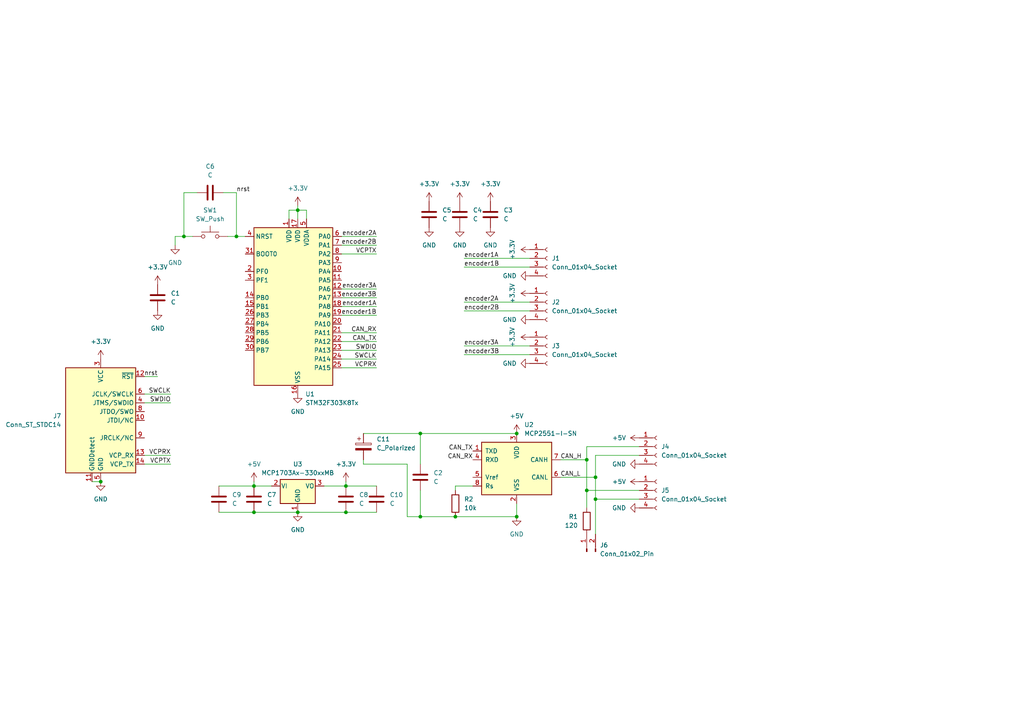
<source format=kicad_sch>
(kicad_sch (version 20230121) (generator eeschema)
  (paper "A4")
  (lib_symbols
    (symbol "Connector:Conn_01x02_Pin" (pin_names (offset 1.016) hide)
      (property "Reference" "J" (at 0 2.54 0))
      (property "Value" "Conn_01x02_Pin" (at 0 -5.08 0))
      (symbol "Conn_01x02_Pin_1_1"
        (polyline (pts (xy 1.27 -2.54) (xy 0.8636 -2.54)) (stroke (width 0.1524)))
        (polyline (pts (xy 1.27 0) (xy 0.8636 0)) (stroke (width 0.1524)))
        (rectangle (start 0.8636 -2.413) (end 0 -2.667) (stroke (width 0.1524)) (fill (type outline)))
        (rectangle (start 0.8636 0.127) (end 0 -0.127) (stroke (width 0.1524)) (fill (type outline)))
        (pin passive line (at 5.08 0 180) (length 3.81) (name "Pin_1") (number "1"))
        (pin passive line (at 5.08 -2.54 180) (length 3.81) (name "Pin_2") (number "2"))
      )
    )
    (symbol "Connector:Conn_01x04_Socket" (pin_names (offset 1.016) hide)
      (property "Reference" "J" (at 0 5.08 0))
      (property "Value" "Conn_01x04_Socket" (at 0 -7.62 0))
      (symbol "Conn_01x04_Socket_1_1"
        (arc (start 0 -4.572) (mid -0.5058 -5.08) (end 0 -5.588) (stroke (width 0.1524)))
        (arc (start 0 -2.032) (mid -0.5058 -2.54) (end 0 -3.048) (stroke (width 0.1524)))
        (polyline (pts (xy -1.27 -5.08) (xy -0.508 -5.08)) (stroke (width 0.1524)))
        (polyline (pts (xy -1.27 -2.54) (xy -0.508 -2.54)) (stroke (width 0.1524)))
        (polyline (pts (xy -1.27 0) (xy -0.508 0)) (stroke (width 0.1524)))
        (polyline (pts (xy -1.27 2.54) (xy -0.508 2.54)) (stroke (width 0.1524)))
        (arc (start 0 0.508) (mid -0.5058 0) (end 0 -0.508) (stroke (width 0.1524)))
        (arc (start 0 3.048) (mid -0.5058 2.54) (end 0 2.032) (stroke (width 0.1524)))
        (pin passive line (at -5.08 2.54 0) (length 3.81) (name "Pin_1") (number "1"))
        (pin passive line (at -5.08 0 0) (length 3.81) (name "Pin_2") (number "2"))
        (pin passive line (at -5.08 -2.54 0) (length 3.81) (name "Pin_3") (number "3"))
        (pin passive line (at -5.08 -5.08 0) (length 3.81) (name "Pin_4") (number "4"))
      )
    )
    (symbol "Connector:Conn_ST_STDC14"
      (property "Reference" "J" (at -8.89 16.51 0))
      (property "Value" "Conn_ST_STDC14" (at 17.78 16.51 0))
      (symbol "Conn_ST_STDC14_0_1"
        (rectangle (start -10.16 15.24) (end 10.16 -15.24) (stroke (width 0.254)) (fill (type background)))
      )
      (symbol "Conn_ST_STDC14_1_1"
        (pin no_connect line (at -10.16 5.08 0) (length 2.54) hide (name "NC") (number "1"))
        (pin output line (at 12.7 0 180) (length 2.54) (name "JTDI/NC") (number "10"))
        (pin passive line (at -2.54 -17.78 90) (length 2.54) (name "GNDDetect") (number "11"))
        (pin open_collector line (at 12.7 12.7 180) (length 2.54) (name "~{RST}") (number "12"))
        (pin output line (at 12.7 -10.16 180) (length 2.54) (name "VCP_RX") (number "13"))
        (pin input line (at 12.7 -12.7 180) (length 2.54) (name "VCP_TX") (number "14"))
        (pin no_connect line (at -10.16 2.54 0) (length 2.54) hide (name "NC") (number "2"))
        (pin power_in line (at 0 17.78 270) (length 2.54) (name "VCC") (number "3"))
        (pin bidirectional line (at 12.7 5.08 180) (length 2.54) (name "JTMS/SWDIO") (number "4"))
        (pin power_in line (at 0 -17.78 90) (length 2.54) (name "GND") (number "5"))
        (pin output line (at 12.7 7.62 180) (length 2.54) (name "JCLK/SWCLK") (number "6"))
        (pin passive line (at 0 -17.78 90) (length 2.54) hide (name "GND") (number "7"))
        (pin input line (at 12.7 2.54 180) (length 2.54) (name "JTDO/SWO") (number "8"))
        (pin input line (at 12.7 -5.08 180) (length 2.54) (name "JRCLK/NC") (number "9"))
      )
    )
    (symbol "Device:C" (pin_numbers hide) (pin_names (offset 0.254))
      (property "Reference" "C" (at 0.635 2.54 0))
      (property "Value" "C" (at 0.635 -2.54 0))
      (symbol "C_0_1"
        (polyline (pts (xy -2.032 -0.762) (xy 2.032 -0.762)) (stroke (width 0.508)))
        (polyline (pts (xy -2.032 0.762) (xy 2.032 0.762)) (stroke (width 0.508)))
      )
      (symbol "C_1_1"
        (pin passive line (at 0 3.81 270) (length 2.794) (name "~") (number "1"))
        (pin passive line (at 0 -3.81 90) (length 2.794) (name "~") (number "2"))
      )
    )
    (symbol "Device:C_Polarized" (pin_numbers hide) (pin_names (offset 0.254))
      (property "Reference" "C" (at 0.635 2.54 0))
      (property "Value" "C_Polarized" (at 0.635 -2.54 0))
      (symbol "C_Polarized_0_1"
        (rectangle (start -2.286 0.508) (end 2.286 1.016))
        (polyline (pts (xy -1.778 2.286) (xy -0.762 2.286)))
        (polyline (pts (xy -1.27 2.794) (xy -1.27 1.778)))
        (rectangle (start 2.286 -0.508) (end -2.286 -1.016) (fill (type outline)))
      )
      (symbol "C_Polarized_1_1"
        (pin passive line (at 0 3.81 270) (length 2.794) (name "~") (number "1"))
        (pin passive line (at 0 -3.81 90) (length 2.794) (name "~") (number "2"))
      )
    )
    (symbol "Device:R" (pin_numbers hide) (pin_names (offset 0))
      (property "Reference" "R" (at 2.032 0 90))
      (property "Value" "R" (at 0 0 90))
      (symbol "R_0_1"
        (rectangle (start -1.016 -2.54) (end 1.016 2.54) (stroke (width 0.254)))
      )
      (symbol "R_1_1"
        (pin passive line (at 0 3.81 270) (length 1.27) (name "~") (number "1"))
        (pin passive line (at 0 -3.81 90) (length 1.27) (name "~") (number "2"))
      )
    )
    (symbol "Interface_CAN_LIN:MCP2551-I-SN" (pin_names (offset 1.016))
      (property "Reference" "U" (at -10.16 8.89 0))
      (property "Value" "MCP2551-I-SN" (at 2.54 8.89 0))
      (symbol "MCP2551-I-SN_0_1"
        (rectangle (start -10.16 7.62) (end 10.16 -7.62) (stroke (width 0.254)) (fill (type background)))
      )
      (symbol "MCP2551-I-SN_1_1"
        (pin input line (at -12.7 5.08 0) (length 2.54) (name "TXD") (number "1"))
        (pin power_in line (at 0 -10.16 90) (length 2.54) (name "VSS") (number "2"))
        (pin power_in line (at 0 10.16 270) (length 2.54) (name "VDD") (number "3"))
        (pin output line (at -12.7 2.54 0) (length 2.54) (name "RXD") (number "4"))
        (pin power_out line (at -12.7 -2.54 0) (length 2.54) (name "Vref") (number "5"))
        (pin bidirectional line (at 12.7 -2.54 180) (length 2.54) (name "CANL") (number "6"))
        (pin bidirectional line (at 12.7 2.54 180) (length 2.54) (name "CANH") (number "7"))
        (pin input line (at -12.7 -5.08 0) (length 2.54) (name "Rs") (number "8"))
      )
    )
    (symbol "MCU_ST_STM32F3:STM32F303K8Tx"
      (property "Reference" "U" (at -10.16 24.13 0))
      (property "Value" "STM32F303K8Tx" (at 7.62 24.13 0))
      (symbol "STM32F303K8Tx_0_1"
        (rectangle (start -10.16 -22.86) (end 12.7 22.86) (stroke (width 0.254)) (fill (type background)))
      )
      (symbol "STM32F303K8Tx_1_1"
        (pin power_in line (at 0 25.4 270) (length 2.54) (name "VDD") (number "1"))
        (pin bidirectional line (at 15.24 10.16 180) (length 2.54) (name "PA4") (number "10"))
        (pin bidirectional line (at 15.24 7.62 180) (length 2.54) (name "PA5") (number "11"))
        (pin bidirectional line (at 15.24 5.08 180) (length 2.54) (name "PA6") (number "12"))
        (pin bidirectional line (at 15.24 2.54 180) (length 2.54) (name "PA7") (number "13"))
        (pin bidirectional line (at -12.7 2.54 0) (length 2.54) (name "PB0") (number "14"))
        (pin bidirectional line (at -12.7 0 0) (length 2.54) (name "PB1") (number "15"))
        (pin power_in line (at 2.54 -25.4 90) (length 2.54) (name "VSS") (number "16"))
        (pin power_in line (at 2.54 25.4 270) (length 2.54) (name "VDD") (number "17"))
        (pin bidirectional line (at 15.24 0 180) (length 2.54) (name "PA8") (number "18"))
        (pin bidirectional line (at 15.24 -2.54 180) (length 2.54) (name "PA9") (number "19"))
        (pin bidirectional line (at -12.7 10.16 0) (length 2.54) (name "PF0") (number "2"))
        (pin bidirectional line (at 15.24 -5.08 180) (length 2.54) (name "PA10") (number "20"))
        (pin bidirectional line (at 15.24 -7.62 180) (length 2.54) (name "PA11") (number "21"))
        (pin bidirectional line (at 15.24 -10.16 180) (length 2.54) (name "PA12") (number "22"))
        (pin bidirectional line (at 15.24 -12.7 180) (length 2.54) (name "PA13") (number "23"))
        (pin bidirectional line (at 15.24 -15.24 180) (length 2.54) (name "PA14") (number "24"))
        (pin bidirectional line (at 15.24 -17.78 180) (length 2.54) (name "PA15") (number "25"))
        (pin bidirectional line (at -12.7 -2.54 0) (length 2.54) (name "PB3") (number "26"))
        (pin bidirectional line (at -12.7 -5.08 0) (length 2.54) (name "PB4") (number "27"))
        (pin bidirectional line (at -12.7 -7.62 0) (length 2.54) (name "PB5") (number "28"))
        (pin bidirectional line (at -12.7 -10.16 0) (length 2.54) (name "PB6") (number "29"))
        (pin bidirectional line (at -12.7 7.62 0) (length 2.54) (name "PF1") (number "3"))
        (pin bidirectional line (at -12.7 -12.7 0) (length 2.54) (name "PB7") (number "30"))
        (pin input line (at -12.7 15.24 0) (length 2.54) (name "BOOT0") (number "31"))
        (pin passive line (at 2.54 -25.4 90) (length 2.54) hide (name "VSS") (number "32"))
        (pin input line (at -12.7 20.32 0) (length 2.54) (name "NRST") (number "4"))
        (pin power_in line (at 5.08 25.4 270) (length 2.54) (name "VDDA") (number "5"))
        (pin bidirectional line (at 15.24 20.32 180) (length 2.54) (name "PA0") (number "6"))
        (pin bidirectional line (at 15.24 17.78 180) (length 2.54) (name "PA1") (number "7"))
        (pin bidirectional line (at 15.24 15.24 180) (length 2.54) (name "PA2") (number "8"))
        (pin bidirectional line (at 15.24 12.7 180) (length 2.54) (name "PA3") (number "9"))
      )
    )
    (symbol "Regulator_Linear:MCP1703Ax-330xxMB" (pin_names (offset 0.254))
      (property "Reference" "U" (at -3.81 3.175 0))
      (property "Value" "MCP1703Ax-330xxMB" (at 0 3.175 0))
      (symbol "MCP1703Ax-330xxMB_0_1"
        (rectangle (start -5.08 -5.08) (end 5.08 1.905) (stroke (width 0.254)) (fill (type background)))
      )
      (symbol "MCP1703Ax-330xxMB_1_1"
        (pin power_in line (at 0 -7.62 90) (length 2.54) (name "GND") (number "1"))
        (pin power_in line (at -7.62 0 0) (length 2.54) (name "VI") (number "2"))
        (pin power_out line (at 7.62 0 180) (length 2.54) (name "VO") (number "3"))
      )
    )
    (symbol "Switch:SW_Push" (pin_numbers hide) (pin_names (offset 1.016) hide)
      (property "Reference" "SW" (at 1.27 2.54 0))
      (property "Value" "SW_Push" (at 0 -1.524 0))
      (symbol "SW_Push_0_1"
        (circle (center -2.032 0) (radius 0.508))
        (polyline (pts (xy 0 1.27) (xy 0 3.048)))
        (polyline (pts (xy 2.54 1.27) (xy -2.54 1.27)))
        (circle (center 2.032 0) (radius 0.508))
        (pin passive line (at -5.08 0 0) (length 2.54) (name "1") (number "1"))
        (pin passive line (at 5.08 0 180) (length 2.54) (name "2") (number "2"))
      )
    )
    (symbol "power:+3.3V" (power) (pin_names (offset 0))
      (property "Value" "+3.3V" (at 0 3.556 0))
      (symbol "+3.3V_0_1"
        (polyline (pts (xy -0.762 1.27) (xy 0 2.54)))
        (polyline (pts (xy 0 0) (xy 0 2.54)))
        (polyline (pts (xy 0 2.54) (xy 0.762 1.27)))
      )
      (symbol "+3.3V_1_1"
        (pin power_in line (at 0 0 90) (length 0) hide (name "+3.3V") (number "1"))
      )
    )
    (symbol "power:+5V" (power) (pin_names (offset 0))
      (property "Value" "+5V" (at 0 3.556 0))
      (symbol "+5V_0_1"
        (polyline (pts (xy -0.762 1.27) (xy 0 2.54)))
        (polyline (pts (xy 0 0) (xy 0 2.54)))
        (polyline (pts (xy 0 2.54) (xy 0.762 1.27)))
      )
      (symbol "+5V_1_1"
        (pin power_in line (at 0 0 90) (length 0) hide (name "+5V") (number "1"))
      )
    )
    (symbol "power:GND" (power) (pin_names (offset 0))
      (property "Value" "GND" (at 0 -3.81 0))
      (symbol "GND_0_1"
        (polyline (pts (xy 0 0) (xy 0 -1.27) (xy 1.27 -1.27) (xy 0 -2.54) (xy -1.27 -1.27) (xy 0 -1.27)))
      )
      (symbol "GND_1_1"
        (pin power_in line (at 0 0 270) (length 0) hide (name "GND") (number "1"))
      )
    )
  )
  (junction (at 73.66 140.97))
  (junction (at 68.58 68.58))
  (junction (at 100.33 148.59))
  (junction (at 172.72 144.78))
  (junction (at 149.86 149.86))
  (junction (at 86.36 148.59))
  (junction (at 53.34 68.58))
  (junction (at 132.08 149.86))
  (junction (at 149.86 125.73))
  (junction (at 100.33 140.97))
  (junction (at 121.92 125.73))
  (junction (at 170.18 133.35))
  (junction (at 172.72 138.43))
  (junction (at 73.66 148.59))
  (junction (at 86.36 60.96))
  (junction (at 170.18 142.24))
  (junction (at 29.21 139.7))
  (junction (at 121.92 149.86))
  (wire (pts (xy 109.22 91.44) (xy 99.06 91.44)))
  (wire (pts (xy 100.33 139.7) (xy 100.33 140.97)))
  (wire (pts (xy 109.22 71.12) (xy 99.06 71.12)))
  (wire (pts (xy 53.34 55.88) (xy 53.34 68.58)))
  (wire (pts (xy 109.22 101.6) (xy 99.06 101.6)))
  (wire (pts (xy 149.86 149.86) (xy 149.86 146.05)))
  (wire (pts (xy 68.58 55.88) (xy 68.58 68.58)))
  (wire (pts (xy 68.58 68.58) (xy 71.12 68.58)))
  (wire (pts (xy 170.18 133.35) (xy 170.18 142.24)))
  (wire (pts (xy 172.72 144.78) (xy 185.42 144.78)))
  (wire (pts (xy 109.22 106.68) (xy 99.06 106.68)))
  (wire (pts (xy 162.56 138.43) (xy 172.72 138.43)))
  (wire (pts (xy 170.18 142.24) (xy 170.18 147.32)))
  (wire (pts (xy 172.72 138.43) (xy 172.72 132.08)))
  (wire (pts (xy 50.8 68.58) (xy 53.34 68.58)))
  (wire (pts (xy 109.22 86.36) (xy 99.06 86.36)))
  (wire (pts (xy 134.62 77.47) (xy 153.67 77.47)))
  (wire (pts (xy 109.22 104.14) (xy 99.06 104.14)))
  (wire (pts (xy 134.62 100.33) (xy 153.67 100.33)))
  (wire (pts (xy 170.18 133.35) (xy 170.18 129.54)))
  (wire (pts (xy 83.82 63.5) (xy 83.82 60.96)))
  (wire (pts (xy 170.18 142.24) (xy 185.42 142.24)))
  (wire (pts (xy 109.22 73.66) (xy 99.06 73.66)))
  (wire (pts (xy 109.22 99.06) (xy 99.06 99.06)))
  (wire (pts (xy 172.72 144.78) (xy 172.72 154.94)))
  (wire (pts (xy 50.8 71.12) (xy 50.8 68.58)))
  (wire (pts (xy 121.92 149.86) (xy 132.08 149.86)))
  (wire (pts (xy 64.77 55.88) (xy 68.58 55.88)))
  (wire (pts (xy 109.22 96.52) (xy 99.06 96.52)))
  (wire (pts (xy 105.41 134.62) (xy 118.11 134.62)))
  (wire (pts (xy 172.72 138.43) (xy 172.72 144.78)))
  (wire (pts (xy 99.06 88.9) (xy 109.22 88.9)))
  (wire (pts (xy 49.53 114.3) (xy 41.91 114.3)))
  (wire (pts (xy 63.5 148.59) (xy 73.66 148.59)))
  (wire (pts (xy 118.11 134.62) (xy 118.11 149.86)))
  (wire (pts (xy 118.11 149.86) (xy 121.92 149.86)))
  (wire (pts (xy 134.62 74.93) (xy 153.67 74.93)))
  (wire (pts (xy 86.36 60.96) (xy 86.36 63.5)))
  (wire (pts (xy 63.5 140.97) (xy 73.66 140.97)))
  (wire (pts (xy 26.67 139.7) (xy 29.21 139.7)))
  (wire (pts (xy 134.62 90.17) (xy 153.67 90.17)))
  (wire (pts (xy 73.66 140.97) (xy 78.74 140.97)))
  (wire (pts (xy 49.53 134.62) (xy 41.91 134.62)))
  (wire (pts (xy 53.34 68.58) (xy 55.88 68.58)))
  (wire (pts (xy 121.92 134.62) (xy 121.92 125.73)))
  (wire (pts (xy 162.56 133.35) (xy 170.18 133.35)))
  (wire (pts (xy 86.36 148.59) (xy 100.33 148.59)))
  (wire (pts (xy 172.72 132.08) (xy 185.42 132.08)))
  (wire (pts (xy 66.04 68.58) (xy 68.58 68.58)))
  (wire (pts (xy 88.9 63.5) (xy 88.9 60.96)))
  (wire (pts (xy 86.36 59.69) (xy 86.36 60.96)))
  (wire (pts (xy 132.08 149.86) (xy 149.86 149.86)))
  (wire (pts (xy 121.92 125.73) (xy 149.86 125.73)))
  (wire (pts (xy 57.15 55.88) (xy 53.34 55.88)))
  (wire (pts (xy 109.22 148.59) (xy 100.33 148.59)))
  (wire (pts (xy 73.66 148.59) (xy 86.36 148.59)))
  (wire (pts (xy 49.53 116.84) (xy 41.91 116.84)))
  (wire (pts (xy 105.41 133.35) (xy 105.41 134.62)))
  (wire (pts (xy 41.91 109.22) (xy 45.72 109.22)))
  (wire (pts (xy 49.53 132.08) (xy 41.91 132.08)))
  (wire (pts (xy 73.66 139.7) (xy 73.66 140.97)))
  (wire (pts (xy 109.22 68.58) (xy 99.06 68.58)))
  (wire (pts (xy 137.16 140.97) (xy 132.08 140.97)))
  (wire (pts (xy 121.92 142.24) (xy 121.92 149.86)))
  (wire (pts (xy 88.9 60.96) (xy 86.36 60.96)))
  (wire (pts (xy 105.41 125.73) (xy 121.92 125.73)))
  (wire (pts (xy 83.82 60.96) (xy 86.36 60.96)))
  (wire (pts (xy 132.08 140.97) (xy 132.08 142.24)))
  (wire (pts (xy 100.33 140.97) (xy 93.98 140.97)))
  (wire (pts (xy 170.18 129.54) (xy 185.42 129.54)))
  (wire (pts (xy 100.33 140.97) (xy 109.22 140.97)))
  (wire (pts (xy 109.22 83.82) (xy 99.06 83.82)))
  (wire (pts (xy 134.62 87.63) (xy 153.67 87.63)))
  (wire (pts (xy 134.62 102.87) (xy 153.67 102.87)))
  (label "VCPTX" (at 49.53 134.62 180))
  (label "SWCLK" (at 49.53 114.3 180))
  (label "VCPRX" (at 49.53 132.08 180))
  (label "CAN_RX" (at 109.22 96.52 180))
  (label "CAN_H" (at 162.56 133.35 0))
  (label "encoder3A" (at 109.22 83.82 180))
  (label "encoder3B" (at 109.22 86.36 180))
  (label "encoder2B" (at 134.62 90.17 0))
  (label "VCPRX" (at 109.22 106.68 180))
  (label "nrst" (at 68.58 55.88 0))
  (label "encoder1A" (at 109.22 88.9 180))
  (label "VCPTX" (at 109.22 73.66 180))
  (label "CAN_TX" (at 109.22 99.06 180))
  (label "encoder1B" (at 109.22 91.44 180))
  (label "CAN_TX" (at 137.16 130.81 180))
  (label "encoder2A" (at 134.62 87.63 0))
  (label "encoder3A" (at 134.62 100.33 0))
  (label "SWCLK" (at 109.22 104.14 180))
  (label "SWDIO" (at 49.53 116.84 180))
  (label "CAN_RX" (at 137.16 133.35 180))
  (label "encoder1B" (at 134.62 77.47 0))
  (label "encoder3B" (at 134.62 102.87 0))
  (label "nrst" (at 45.72 109.22 180))
  (label "encoder1A" (at 134.62 74.93 0))
  (label "encoder2A" (at 109.22 68.58 180))
  (label "CAN_L" (at 162.56 138.43 0))
  (label "SWDIO" (at 109.22 101.6 180))
  (label "encoder2B" (at 109.22 71.12 180))
  (symbol (lib_id "Device:C") (at 121.92 138.43 0) (unit 1)
    (property "Reference" "C2" (at 125.73 137.16 0) (effects (justify left)))
    (property "Value" "C" (at 125.73 139.7 0) (effects (justify left)))
    (property "Footprint" "Capacitor_SMD:C_0603_1608Metric" (effects hide))
  )
  (symbol (lib_id "Connector:Conn_01x02_Pin") (at 170.18 160.02 90) (unit 1)
    (property "Reference" "J6" (at 173.99 158.115 90) (effects (justify right)))
    (property "Value" "Conn_01x02_Pin" (at 173.99 160.655 90) (effects (justify right)))
    (property "Footprint" "Connector_PinHeader_2.54mm:PinHeader_1x02_P2.54mm_Vertical" (effects hide))
  )
  (symbol (lib_id "Device:C") (at 73.66 144.78 0) (unit 1)
    (property "Reference" "C7" (at 77.47 143.51 0) (effects (justify left)))
    (property "Value" "C" (at 77.47 146.05 0) (effects (justify left)))
    (property "Footprint" "Capacitor_SMD:C_0603_1608Metric" (effects hide))
  )
  (symbol (lib_id "power:+3.3V") (at 153.67 85.09 90) (unit 1)
    (property "Reference" "#PWR012" (effects hide))
    (property "Value" "+3.3V" (at 148.59 85.09 0))
  )
  (symbol (lib_id "Device:R") (at 170.18 151.13 0) (mirror y) (unit 1)
    (property "Reference" "R1" (at 167.64 149.86 0) (effects (justify left)))
    (property "Value" "120" (at 167.64 152.4 0) (effects (justify left)))
    (property "Footprint" "Resistor_SMD:R_0603_1608Metric" (effects hide))
  )
  (symbol (lib_id "power:+3.3V") (at 153.67 97.79 90) (unit 1)
    (property "Reference" "#PWR014" (effects hide))
    (property "Value" "+3.3V" (at 148.59 97.79 0))
  )
  (symbol (lib_id "power:GND") (at 153.67 92.71 270) (unit 1)
    (property "Reference" "#PWR013" (effects hide))
    (property "Value" "GND" (at 149.86 92.71 90) (effects (justify right)))
  )
  (symbol (lib_id "Device:C") (at 100.33 144.78 0) (unit 1)
    (property "Reference" "C8" (at 104.14 143.51 0) (effects (justify left)))
    (property "Value" "C" (at 104.14 146.05 0) (effects (justify left)))
    (property "Footprint" "Capacitor_SMD:C_0603_1608Metric" (effects hide))
  )
  (symbol (lib_id "power:GND") (at 142.24 66.04 0) (unit 1)
    (property "Reference" "#PWR09" (effects hide))
    (property "Value" "GND" (at 142.24 71.12 0))
  )
  (symbol (lib_id "power:+5V") (at 185.42 139.7 90) (unit 1)
    (property "Reference" "#PWR021" (effects hide))
    (property "Value" "+5V" (at 181.61 139.7 90) (effects (justify left)))
  )
  (symbol (lib_id "Regulator_Linear:MCP1703Ax-330xxMB") (at 86.36 140.97 0) (unit 1)
    (property "Reference" "U3" (at 86.36 134.62 0))
    (property "Value" "MCP1703Ax-330xxMB" (at 86.36 137.16 0))
    (property "Footprint" "Package_TO_SOT_SMD:SOT-89-3" (effects hide))
    (property "Datasheet" "http://ww1.microchip.com/downloads/en/DeviceDoc/20005122B.pdf" (effects hide))
  )
  (symbol (lib_id "Device:C_Polarized") (at 105.41 129.54 0) (unit 1)
    (property "Reference" "C11" (at 109.22 127.381 0) (effects (justify left)))
    (property "Value" "C_Polarized" (at 109.22 129.921 0) (effects (justify left)))
    (property "Footprint" "Capacitor_SMD:CP_Elec_6.3x7.7" (effects hide))
  )
  (symbol (lib_id "Connector:Conn_ST_STDC14") (at 29.21 121.92 0) (unit 1)
    (property "Reference" "J7" (at 17.78 120.65 0) (effects (justify right)))
    (property "Value" "Conn_ST_STDC14" (at 17.78 123.19 0) (effects (justify right)))
    (property "Footprint" "Connector_PinSocket_1.27mm:PinSocket_2x07_P1.27mm_Vertical_SMD" (effects hide))
    (property "Datasheet" "https://www.st.com/content/ccc/resource/technical/document/user_manual/group1/99/49/91/b6/b2/3a/46/e5/DM00526767/files/DM00526767.pdf/jcr:content/translations/en.DM00526767.pdf" (effects hide))
  )
  (symbol (lib_id "Switch:SW_Push") (at 60.96 68.58 0) (unit 1)
    (property "Reference" "SW1" (at 60.96 60.96 0))
    (property "Value" "SW_Push" (at 60.96 63.5 0))
    (property "Footprint" "Button_Switch_additional:TVAF06-A020B-R" (effects hide))
  )
  (symbol (lib_id "Device:R") (at 132.08 146.05 0) (unit 1)
    (property "Reference" "R2" (at 134.62 144.78 0) (effects (justify left)))
    (property "Value" "10k" (at 134.62 147.32 0) (effects (justify left)))
    (property "Footprint" "Resistor_SMD:R_0603_1608Metric" (effects hide))
  )
  (symbol (lib_id "Connector:Conn_01x04_Socket") (at 190.5 129.54 0) (unit 1)
    (property "Reference" "J4" (at 191.77 129.54 0) (effects (justify left)))
    (property "Value" "Conn_01x04_Socket" (at 191.77 132.08 0) (effects (justify left)))
    (property "Footprint" "Connector_JST:JST_XA_S04B-XASK-1_1x04_P2.50mm_Horizontal" (effects hide))
  )
  (symbol (lib_id "Device:C") (at 60.96 55.88 270) (unit 1)
    (property "Reference" "C6" (at 60.96 48.26 90))
    (property "Value" "C" (at 60.96 50.8 90))
    (property "Footprint" "Capacitor_SMD:C_0603_1608Metric" (effects hide))
  )
  (symbol (lib_id "Device:C") (at 142.24 62.23 0) (unit 1)
    (property "Reference" "C3" (at 146.05 60.96 0) (effects (justify left)))
    (property "Value" "C" (at 146.05 63.5 0) (effects (justify left)))
    (property "Footprint" "Capacitor_SMD:C_0603_1608Metric" (effects hide))
  )
  (symbol (lib_id "Connector:Conn_01x04_Socket") (at 158.75 100.33 0) (unit 1)
    (property "Reference" "J3" (at 160.02 100.33 0) (effects (justify left)))
    (property "Value" "Conn_01x04_Socket" (at 160.02 102.87 0) (effects (justify left)))
    (property "Footprint" "Connector_JST:JST_XA_S04B-XASK-1_1x04_P2.50mm_Horizontal" (effects hide))
  )
  (symbol (lib_id "power:GND") (at 50.8 71.12 0) (unit 1)
    (property "Reference" "#PWR01" (effects hide))
    (property "Value" "GND" (at 50.8 76.2 0))
  )
  (symbol (lib_id "power:GND") (at 185.42 134.62 270) (unit 1)
    (property "Reference" "#PWR019" (effects hide))
    (property "Value" "GND" (at 181.61 134.62 90) (effects (justify right)))
  )
  (symbol (lib_id "Device:C") (at 63.5 144.78 0) (unit 1)
    (property "Reference" "C9" (at 67.31 143.51 0) (effects (justify left)))
    (property "Value" "C" (at 67.31 146.05 0) (effects (justify left)))
    (property "Footprint" "Capacitor_SMD:C_0805_2012Metric" (effects hide))
  )
  (symbol (lib_id "power:GND") (at 185.42 147.32 270) (unit 1)
    (property "Reference" "#PWR018" (effects hide))
    (property "Value" "GND" (at 181.61 147.32 90) (effects (justify right)))
  )
  (symbol (lib_id "power:+5V") (at 185.42 127 90) (unit 1)
    (property "Reference" "#PWR020" (effects hide))
    (property "Value" "+5V" (at 181.61 127 90) (effects (justify left)))
  )
  (symbol (lib_id "Device:C") (at 124.46 62.23 0) (unit 1)
    (property "Reference" "C5" (at 128.27 60.96 0) (effects (justify left)))
    (property "Value" "C" (at 128.27 63.5 0) (effects (justify left)))
    (property "Footprint" "Capacitor_SMD:C_0603_1608Metric" (effects hide))
  )
  (symbol (lib_id "power:+5V") (at 149.86 125.73 0) (unit 1)
    (property "Reference" "#PWR016" (effects hide))
    (property "Value" "+5V" (at 149.86 120.65 0))
  )
  (symbol (lib_id "power:+3.3V") (at 153.67 72.39 90) (unit 1)
    (property "Reference" "#PWR010" (effects hide))
    (property "Value" "+3.3V" (at 148.59 72.39 0))
  )
  (symbol (lib_id "power:+3.3V") (at 86.36 59.69 0) (unit 1)
    (property "Reference" "#PWR022" (effects hide))
    (property "Value" "+3.3V" (at 86.36 54.61 0))
  )
  (symbol (lib_id "power:GND") (at 133.35 66.04 0) (unit 1)
    (property "Reference" "#PWR07" (effects hide))
    (property "Value" "GND" (at 133.35 71.12 0))
  )
  (symbol (lib_id "power:GND") (at 153.67 105.41 270) (unit 1)
    (property "Reference" "#PWR015" (effects hide))
    (property "Value" "GND" (at 149.86 105.41 90) (effects (justify right)))
  )
  (symbol (lib_id "power:GND") (at 45.72 90.17 0) (unit 1)
    (property "Reference" "#PWR02" (effects hide))
    (property "Value" "GND" (at 45.72 95.25 0))
  )
  (symbol (lib_id "power:+5V") (at 73.66 139.7 0) (unit 1)
    (property "Reference" "#PWR024" (effects hide))
    (property "Value" "+5V" (at 73.66 134.62 0))
  )
  (symbol (lib_id "power:+3.3V") (at 100.33 139.7 0) (unit 1)
    (property "Reference" "#PWR025" (effects hide))
    (property "Value" "+3.3V" (at 100.33 134.62 0))
  )
  (symbol (lib_id "Connector:Conn_01x04_Socket") (at 190.5 142.24 0) (unit 1)
    (property "Reference" "J5" (at 191.77 142.24 0) (effects (justify left)))
    (property "Value" "Conn_01x04_Socket" (at 191.77 144.78 0) (effects (justify left)))
    (property "Footprint" "Connector_JST:JST_XA_S04B-XASK-1_1x04_P2.50mm_Horizontal" (effects hide))
  )
  (symbol (lib_id "Connector:Conn_01x04_Socket") (at 158.75 74.93 0) (unit 1)
    (property "Reference" "J1" (at 160.02 74.93 0) (effects (justify left)))
    (property "Value" "Conn_01x04_Socket" (at 160.02 77.47 0) (effects (justify left)))
    (property "Footprint" "Connector_JST:JST_XA_S04B-XASK-1_1x04_P2.50mm_Horizontal" (effects hide))
  )
  (symbol (lib_id "power:+3.3V") (at 142.24 58.42 0) (unit 1)
    (property "Reference" "#PWR08" (effects hide))
    (property "Value" "+3.3V" (at 142.24 53.34 0))
  )
  (symbol (lib_id "power:GND") (at 149.86 149.86 0) (unit 1)
    (property "Reference" "#PWR017" (effects hide))
    (property "Value" "GND" (at 149.86 154.94 0))
  )
  (symbol (lib_id "power:GND") (at 86.36 148.59 0) (unit 1)
    (property "Reference" "#PWR026" (effects hide))
    (property "Value" "GND" (at 86.36 153.67 0))
  )
  (symbol (lib_id "Connector:Conn_01x04_Socket") (at 158.75 87.63 0) (unit 1)
    (property "Reference" "J2" (at 160.02 87.63 0) (effects (justify left)))
    (property "Value" "Conn_01x04_Socket" (at 160.02 90.17 0) (effects (justify left)))
    (property "Footprint" "Connector_JST:JST_XA_S04B-XASK-1_1x04_P2.50mm_Horizontal" (effects hide))
  )
  (symbol (lib_id "Device:C") (at 133.35 62.23 0) (unit 1)
    (property "Reference" "C4" (at 137.16 60.96 0) (effects (justify left)))
    (property "Value" "C" (at 137.16 63.5 0) (effects (justify left)))
    (property "Footprint" "Capacitor_SMD:C_0603_1608Metric" (effects hide))
  )
  (symbol (lib_id "Interface_CAN_LIN:MCP2551-I-SN") (at 149.86 135.89 0) (unit 1)
    (property "Reference" "U2" (at 152.0541 123.19 0) (effects (justify left)))
    (property "Value" "MCP2551-I-SN" (at 152.0541 125.73 0) (effects (justify left)))
    (property "Footprint" "Package_SO:SOIC-8_3.9x4.9mm_P1.27mm" (effects hide))
    (property "Datasheet" "http://ww1.microchip.com/downloads/en/devicedoc/21667d.pdf" (effects hide))
  )
  (symbol (lib_id "power:+3.3V") (at 124.46 58.42 0) (unit 1)
    (property "Reference" "#PWR04" (effects hide))
    (property "Value" "+3.3V" (at 124.46 53.34 0))
  )
  (symbol (lib_id "power:+3.3V") (at 29.21 104.14 0) (unit 1)
    (property "Reference" "#PWR028" (effects hide))
    (property "Value" "+3.3V" (at 29.21 99.06 0))
  )
  (symbol (lib_id "power:GND") (at 153.67 80.01 270) (unit 1)
    (property "Reference" "#PWR011" (effects hide))
    (property "Value" "GND" (at 149.86 80.01 90) (effects (justify right)))
  )
  (symbol (lib_id "power:GND") (at 86.36 114.3 0) (unit 1)
    (property "Reference" "#PWR023" (effects hide))
    (property "Value" "GND" (at 86.36 119.38 0))
  )
  (symbol (lib_id "power:GND") (at 29.21 139.7 0) (mirror y) (unit 1)
    (property "Reference" "#PWR027" (effects hide))
    (property "Value" "GND" (at 29.21 144.78 0))
  )
  (symbol (lib_id "Device:C") (at 45.72 86.36 0) (unit 1)
    (property "Reference" "C1" (at 49.53 85.09 0) (effects (justify left)))
    (property "Value" "C" (at 49.53 87.63 0) (effects (justify left)))
    (property "Footprint" "Capacitor_SMD:C_0603_1608Metric" (effects hide))
  )
  (symbol (lib_id "power:+3.3V") (at 45.72 82.55 0) (unit 1)
    (property "Reference" "#PWR03" (effects hide))
    (property "Value" "+3.3V" (at 45.72 77.47 0))
  )
  (symbol (lib_id "power:+3.3V") (at 133.35 58.42 0) (unit 1)
    (property "Reference" "#PWR06" (effects hide))
    (property "Value" "+3.3V" (at 133.35 53.34 0))
  )
  (symbol (lib_id "MCU_ST_STM32F3:STM32F303K8Tx") (at 83.82 88.9 0) (unit 1)
    (property "Reference" "U1" (at 88.5541 114.3 0) (effects (justify left)))
    (property "Value" "STM32F303K8Tx" (at 88.5541 116.84 0) (effects (justify left)))
    (property "Footprint" "Package_QFP:LQFP-32_7x7mm_P0.8mm" (effects hide))
    (property "Datasheet" "https://www.st.com/resource/en/datasheet/stm32f303k8.pdf" (effects hide))
  )
  (symbol (lib_id "Device:C") (at 109.22 144.78 0) (unit 1)
    (property "Reference" "C10" (at 113.03 143.51 0) (effects (justify left)))
    (property "Value" "C" (at 113.03 146.05 0) (effects (justify left)))
    (property "Footprint" "Capacitor_SMD:C_0805_2012Metric" (effects hide))
  )
  (symbol (lib_id "power:GND") (at 124.46 66.04 0) (unit 1)
    (property "Reference" "#PWR05" (effects hide))
    (property "Value" "GND" (at 124.46 71.12 0))
  )
)
</source>
